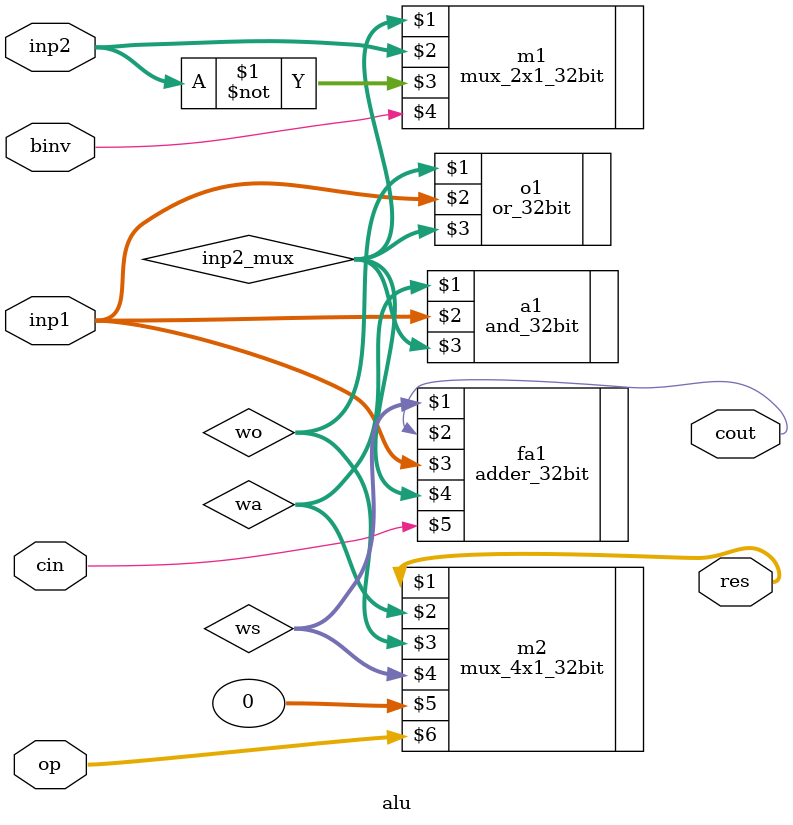
<source format=v>
`include "mux_4x1_32bit.v"
`include "and_32bit.v"
`include "or_32bit.v"
`include "adder_32bit.v"

module alu (res, cout, inp1, inp2, cin, binv, op);
	output [31:0] res;
	output cout;
	input [31:0] inp1, inp2;
	input cin, binv;
	input [1:0] op;
	wire [31:0] inp2_mux;
	wire [31:0] wa, wo, ws;

	mux_2x1_32bit m1 (inp2_mux, inp2, ~inp2, binv);
	and_32bit a1 (wa, inp1, inp2_mux);
	or_32bit o1 (wo, inp1, inp2_mux);
	adder_32bit fa1 (ws, cout, inp1, inp2_mux, cin);
 	mux_4x1_32bit m2 (res, wa, wo, ws, 0, op);
endmodule

/*
module tb_alu;
	wire [31:0] res;
	wire cout;
	reg [31:0] inp1, inp2;
	reg cin, binv;
	reg [1:0] op;
	
	alu a1 (res, cout, inp1, inp2, cin, binv, op);
	
	initial begin
		$monitor (, $time, "\ninp1 = %32b\ninp2 = %32b\ncin = %b, binv = %b, op = %2b\nres  = %32b\ncout = %b",
			inp1, inp2, cin, binv, op, res, cout);
		inp1 = 32'ha5a5a5a5;
		inp2 = 32'h5a5a5a5a;
		cin = 1'b0;
		binv = 1'b0;
		op = 2'b00;
	
		#100 op = 2'b01; //OR
		#100 op = 2'b10; //ADD
		#100 binv = 1'b1;//SUB
		#200 $finish;
	end
endmodule
*/
</source>
